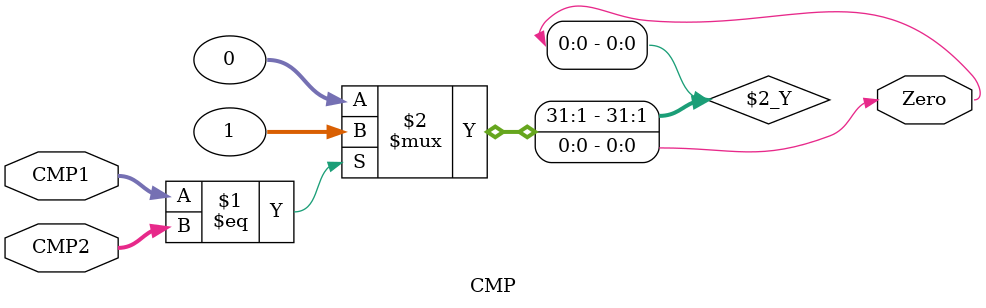
<source format=v>
`timescale 1ns / 1ps
module CMP(
    input [31:0] CMP1,
    input [31:0] CMP2,
    output Zero
    );
assign Zero=(CMP1==CMP2)?1:0;
endmodule

</source>
